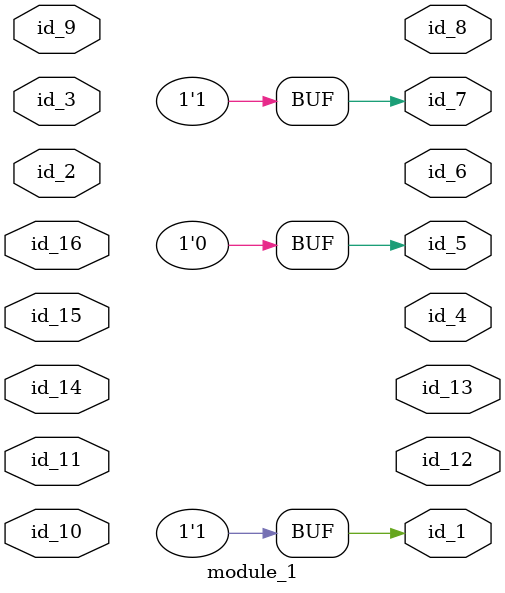
<source format=v>
module module_0;
  assign id_1 = id_1;
  wire id_2;
  wire id_3;
  wire id_4, id_5;
endmodule
module module_1 (
    id_1,
    id_2,
    id_3,
    id_4,
    id_5,
    id_6,
    id_7,
    id_8,
    id_9,
    id_10,
    id_11,
    id_12,
    id_13,
    id_14,
    id_15,
    id_16
);
  inout wire id_16;
  input wire id_15;
  inout wire id_14;
  output wire id_13;
  output wire id_12;
  inout wire id_11;
  input wire id_10;
  input wire id_9;
  output wire id_8;
  output wire id_7;
  output wire id_6;
  output wire id_5;
  output wire id_4;
  input wire id_3;
  input wire id_2;
  output wire id_1;
  assign id_1 = 1;
  module_0 modCall_1 ();
  always id_1 <= 1;
  assign id_1 = 1;
  assign id_7 = 1 || 1 & 1;
  assign id_5 = 1'd0;
endmodule

</source>
